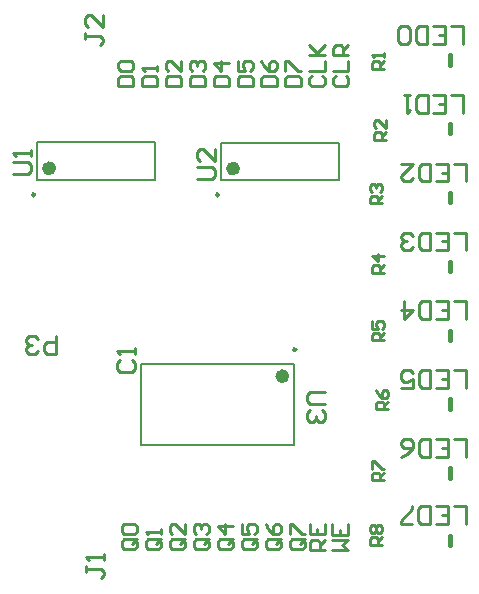
<source format=gto>
G04*
G04 #@! TF.GenerationSoftware,Altium Limited,Altium Designer,25.2.1 (25)*
G04*
G04 Layer_Color=65535*
%FSLAX44Y44*%
%MOMM*%
G71*
G04*
G04 #@! TF.SameCoordinates,3A3D6F5A-BCF4-428E-B5E6-7A3BCBBF857E*
G04*
G04*
G04 #@! TF.FilePolarity,Positive*
G04*
G01*
G75*
%ADD10C,0.6000*%
%ADD11C,0.2500*%
%ADD12C,0.4000*%
%ADD13C,0.2000*%
%ADD14C,0.2540*%
D10*
X741250Y963000D02*
G03*
X741250Y963000I-3000J0D01*
G01*
X897000Y962750D02*
G03*
X897000Y962750I-3000J0D01*
G01*
X938750Y787000D02*
G03*
X938750Y787000I-3000J0D01*
G01*
D11*
X726300Y940750D02*
G03*
X726300Y940750I-1250J0D01*
G01*
X882050Y940500D02*
G03*
X882050Y940500I-1250J0D01*
G01*
X947400Y809500D02*
G03*
X947400Y809500I-1250J0D01*
G01*
D12*
X1077750Y817607D02*
Y825607D01*
X1077500Y644000D02*
Y652000D01*
X1077750Y701035D02*
Y709035D01*
Y759321D02*
Y767321D01*
Y875893D02*
Y883893D01*
Y992464D02*
Y1000464D01*
Y1050750D02*
Y1058750D01*
Y934178D02*
Y942178D01*
D13*
X828250Y953000D02*
Y985000D01*
X728250Y953000D02*
Y985000D01*
X828250D01*
X728250Y953000D02*
X828250D01*
X984000Y952750D02*
Y984750D01*
X884000Y952750D02*
Y984750D01*
X984000D01*
X884000Y952750D02*
X984000D01*
X815750Y729001D02*
Y797001D01*
X945750Y729001D02*
Y797001D01*
X815750Y729001D02*
X945750D01*
X815750Y797001D02*
X945750D01*
D14*
X938270Y1032540D02*
X951265D01*
Y1039038D01*
X949100Y1041204D01*
X940436D01*
X938270Y1039038D01*
Y1032540D01*
Y1045536D02*
Y1054200D01*
X940436D01*
X949100Y1045536D01*
X951265D01*
X980880Y1041204D02*
X978714Y1039038D01*
Y1034706D01*
X980880Y1032540D01*
X989544D01*
X991710Y1034706D01*
Y1039038D01*
X989544Y1041204D01*
X978714Y1045536D02*
X991710D01*
Y1054200D01*
Y1058532D02*
X978714D01*
Y1065030D01*
X980880Y1067195D01*
X985212D01*
X987378Y1065030D01*
Y1058532D01*
Y1062863D02*
X991710Y1067195D01*
X952794Y648954D02*
X944130D01*
X941964Y646788D01*
Y642456D01*
X944130Y640290D01*
X952794D01*
X954960Y642456D01*
Y646788D01*
X950628Y644622D02*
X954960Y648954D01*
Y646788D02*
X952794Y648954D01*
X941964Y653286D02*
Y661950D01*
X944130D01*
X952794Y653286D01*
X954960D01*
X830865Y648954D02*
X822202D01*
X820036Y646788D01*
Y642456D01*
X822202Y640290D01*
X830865D01*
X833031Y642456D01*
Y646788D01*
X828699Y644622D02*
X833031Y648954D01*
Y646788D02*
X830865Y648954D01*
X833031Y653286D02*
Y657618D01*
Y655452D01*
X820036D01*
X822202Y653286D01*
X851187Y648954D02*
X842523D01*
X840357Y646788D01*
Y642456D01*
X842523Y640290D01*
X851187D01*
X853353Y642456D01*
Y646788D01*
X849021Y644622D02*
X853353Y648954D01*
Y646788D02*
X851187Y648954D01*
X853353Y661950D02*
Y653286D01*
X844689Y661950D01*
X842523D01*
X840357Y659784D01*
Y655452D01*
X842523Y653286D01*
X912151Y648954D02*
X903487D01*
X901321Y646788D01*
Y642456D01*
X903487Y640290D01*
X912151D01*
X914317Y642456D01*
Y646788D01*
X909985Y644622D02*
X914317Y648954D01*
Y646788D02*
X912151Y648954D01*
X901321Y661950D02*
Y653286D01*
X907819D01*
X905653Y657618D01*
Y659784D01*
X907819Y661950D01*
X912151D01*
X914317Y659784D01*
Y655452D01*
X912151Y653286D01*
X871508Y648954D02*
X862844D01*
X860678Y646788D01*
Y642456D01*
X862844Y640290D01*
X871508D01*
X873674Y642456D01*
Y646788D01*
X869342Y644622D02*
X873674Y648954D01*
Y646788D02*
X871508Y648954D01*
X862844Y653286D02*
X860678Y655452D01*
Y659784D01*
X862844Y661950D01*
X865010D01*
X867176Y659784D01*
Y657618D01*
Y659784D01*
X869342Y661950D01*
X871508D01*
X873674Y659784D01*
Y655452D01*
X871508Y653286D01*
X971960Y640040D02*
X958964D01*
Y646538D01*
X961130Y648704D01*
X965462D01*
X967628Y646538D01*
Y640040D01*
Y644372D02*
X971960Y648704D01*
X958964Y661700D02*
Y653036D01*
X971960D01*
Y661700D01*
X965462Y653036D02*
Y657368D01*
X810544Y648954D02*
X801880D01*
X799714Y646788D01*
Y642456D01*
X801880Y640290D01*
X810544D01*
X812710Y642456D01*
Y646788D01*
X808378Y644622D02*
X812710Y648954D01*
Y646788D02*
X810544Y648954D01*
X801880Y653286D02*
X799714Y655452D01*
Y659784D01*
X801880Y661950D01*
X810544D01*
X812710Y659784D01*
Y655452D01*
X810544Y653286D01*
X801880D01*
X977964Y639790D02*
X990960D01*
X986628Y644122D01*
X990960Y648454D01*
X977964D01*
Y661450D02*
Y652786D01*
X990960D01*
Y661450D01*
X984462Y652786D02*
Y657118D01*
X891830Y648954D02*
X883166D01*
X881000Y646788D01*
Y642456D01*
X883166Y640290D01*
X891830D01*
X893996Y642456D01*
Y646788D01*
X889664Y644622D02*
X893996Y648954D01*
Y646788D02*
X891830Y648954D01*
X893996Y659784D02*
X881000D01*
X887498Y653286D01*
Y661950D01*
X932473Y648954D02*
X923809D01*
X921643Y646788D01*
Y642456D01*
X923809Y640290D01*
X932473D01*
X934639Y642456D01*
Y646788D01*
X930306Y644622D02*
X934639Y648954D01*
Y646788D02*
X932473Y648954D01*
X921643Y661950D02*
X923809Y657618D01*
X928141Y653286D01*
X932473D01*
X934639Y655452D01*
Y659784D01*
X932473Y661950D01*
X930306D01*
X928141Y659784D01*
Y653286D01*
X816936Y1032540D02*
X829932D01*
Y1039038D01*
X827766Y1041204D01*
X819102D01*
X816936Y1039038D01*
Y1032540D01*
X829932Y1045536D02*
Y1049868D01*
Y1047702D01*
X816936D01*
X819102Y1045536D01*
X837159Y1032540D02*
X850154D01*
Y1039038D01*
X847989Y1041204D01*
X839325D01*
X837159Y1039038D01*
Y1032540D01*
X850154Y1054200D02*
Y1045536D01*
X841491Y1054200D01*
X839325D01*
X837159Y1052034D01*
Y1047702D01*
X839325Y1045536D01*
X796714Y1032540D02*
X809710D01*
Y1039038D01*
X807544Y1041204D01*
X798880D01*
X796714Y1039038D01*
Y1032540D01*
X798880Y1045536D02*
X796714Y1047702D01*
Y1052034D01*
X798880Y1054200D01*
X807544D01*
X809710Y1052034D01*
Y1047702D01*
X807544Y1045536D01*
X798880D01*
X877603Y1032540D02*
X890599D01*
Y1039038D01*
X888433Y1041204D01*
X879769D01*
X877603Y1039038D01*
Y1032540D01*
X890599Y1052034D02*
X877603D01*
X884101Y1045536D01*
Y1054200D01*
X960658Y1041204D02*
X958492Y1039038D01*
Y1034706D01*
X960658Y1032540D01*
X969322D01*
X971488Y1034706D01*
Y1039038D01*
X969322Y1041204D01*
X958492Y1045536D02*
X971488D01*
Y1054200D01*
X958492Y1058532D02*
X971488D01*
X967156D01*
X958492Y1067196D01*
X964990Y1060697D01*
X971488Y1067196D01*
X918047Y1032540D02*
X931043D01*
Y1039038D01*
X928877Y1041204D01*
X920213D01*
X918047Y1039038D01*
Y1032540D01*
Y1054200D02*
X920213Y1049868D01*
X924545Y1045536D01*
X928877D01*
X931043Y1047702D01*
Y1052034D01*
X928877Y1054200D01*
X926711D01*
X924545Y1052034D01*
Y1045536D01*
X897825Y1032540D02*
X910821D01*
Y1039038D01*
X908655Y1041204D01*
X899991D01*
X897825Y1039038D01*
Y1032540D01*
Y1054200D02*
Y1045536D01*
X904323D01*
X902157Y1049868D01*
Y1052034D01*
X904323Y1054200D01*
X908655D01*
X910821Y1052034D01*
Y1047702D01*
X908655Y1045536D01*
X857381Y1032540D02*
X870377D01*
Y1039038D01*
X868211Y1041204D01*
X859547D01*
X857381Y1039038D01*
Y1032540D01*
X859547Y1045536D02*
X857381Y1047702D01*
Y1052034D01*
X859547Y1054200D01*
X861713D01*
X863879Y1052034D01*
Y1049868D01*
Y1052034D01*
X866045Y1054200D01*
X868211D01*
X870377Y1052034D01*
Y1047702D01*
X868211Y1045536D01*
X972117Y773696D02*
X959422D01*
X956882Y771157D01*
Y766078D01*
X959422Y763539D01*
X972117D01*
X969578Y758461D02*
X972117Y755922D01*
Y750843D01*
X969578Y748304D01*
X967039D01*
X964500Y750843D01*
Y753382D01*
Y750843D01*
X961961Y748304D01*
X959422D01*
X956882Y750843D01*
Y755922D01*
X959422Y758461D01*
X863132Y953554D02*
X875828D01*
X878367Y956093D01*
Y961172D01*
X875828Y963711D01*
X863132D01*
X878367Y978946D02*
Y968789D01*
X868211Y978946D01*
X865672D01*
X863132Y976407D01*
Y971328D01*
X865672Y968789D01*
X707632Y958093D02*
X720328D01*
X722868Y960632D01*
Y965711D01*
X720328Y968250D01*
X707632D01*
X722868Y973328D02*
Y978407D01*
Y975867D01*
X707632D01*
X710172Y973328D01*
X1019748Y643920D02*
X1009752D01*
Y648918D01*
X1011418Y650584D01*
X1014750D01*
X1016416Y648918D01*
Y643920D01*
Y647252D02*
X1019748Y650584D01*
X1011418Y653916D02*
X1009752Y655583D01*
Y658915D01*
X1011418Y660581D01*
X1013084D01*
X1014750Y658915D01*
X1016416Y660581D01*
X1018082D01*
X1019748Y658915D01*
Y655583D01*
X1018082Y653916D01*
X1016416D01*
X1014750Y655583D01*
X1013084Y653916D01*
X1011418D01*
X1014750Y655583D02*
Y658915D01*
X1021498Y698777D02*
X1011502D01*
Y703775D01*
X1013168Y705441D01*
X1016500D01*
X1018166Y703775D01*
Y698777D01*
Y702109D02*
X1021498Y705441D01*
X1011502Y708773D02*
Y715438D01*
X1013168D01*
X1019832Y708773D01*
X1021498D01*
X1024998Y758884D02*
X1015002D01*
Y763882D01*
X1016668Y765548D01*
X1020000D01*
X1021666Y763882D01*
Y758884D01*
Y762216D02*
X1024998Y765548D01*
X1015002Y775545D02*
X1016668Y772213D01*
X1020000Y768881D01*
X1023332D01*
X1024998Y770547D01*
Y773879D01*
X1023332Y775545D01*
X1021666D01*
X1020000Y773879D01*
Y768881D01*
X1021498Y817241D02*
X1011502D01*
Y822239D01*
X1013168Y823905D01*
X1016500D01*
X1018166Y822239D01*
Y817241D01*
Y820573D02*
X1021498Y823905D01*
X1011502Y833902D02*
Y827238D01*
X1016500D01*
X1014834Y830570D01*
Y832236D01*
X1016500Y833902D01*
X1019832D01*
X1021498Y832236D01*
Y828904D01*
X1019832Y827238D01*
X1021748Y874098D02*
X1011752D01*
Y879096D01*
X1013418Y880762D01*
X1016750D01*
X1018416Y879096D01*
Y874098D01*
Y877430D02*
X1021748Y880762D01*
Y889093D02*
X1011752D01*
X1016750Y884095D01*
Y890759D01*
X1019998Y933205D02*
X1010002D01*
Y938203D01*
X1011668Y939870D01*
X1015000D01*
X1016666Y938203D01*
Y933205D01*
Y936537D02*
X1019998Y939870D01*
X1011668Y943202D02*
X1010002Y944868D01*
Y948200D01*
X1011668Y949866D01*
X1013334D01*
X1015000Y948200D01*
Y946534D01*
Y948200D01*
X1016666Y949866D01*
X1018332D01*
X1019998Y948200D01*
Y944868D01*
X1018332Y943202D01*
X1023748Y987062D02*
X1013752D01*
Y992060D01*
X1015418Y993727D01*
X1018750D01*
X1020416Y992060D01*
Y987062D01*
Y990394D02*
X1023748Y993727D01*
Y1003723D02*
Y997059D01*
X1017084Y1003723D01*
X1015418D01*
X1013752Y1002057D01*
Y998725D01*
X1015418Y997059D01*
X1021499Y1047085D02*
X1011502D01*
Y1052084D01*
X1013168Y1053750D01*
X1016500D01*
X1018166Y1052084D01*
Y1047085D01*
Y1050418D02*
X1021499Y1053750D01*
Y1057082D02*
Y1060414D01*
Y1058748D01*
X1011502D01*
X1013168Y1057082D01*
X743867Y821087D02*
Y805852D01*
X736249D01*
X733710Y808391D01*
Y813469D01*
X736249Y816009D01*
X743867D01*
X728632Y808391D02*
X726093Y805852D01*
X721014D01*
X718475Y808391D01*
Y810930D01*
X721014Y813469D01*
X723553D01*
X721014D01*
X718475Y816009D01*
Y818548D01*
X721014Y821087D01*
X726093D01*
X728632Y818548D01*
X768632Y1077227D02*
Y1072148D01*
Y1074688D01*
X781328D01*
X783867Y1072148D01*
Y1069609D01*
X781328Y1067070D01*
X783867Y1092462D02*
Y1082305D01*
X773711Y1092462D01*
X771172D01*
X768632Y1089923D01*
Y1084844D01*
X771172Y1082305D01*
X769382Y625984D02*
Y620906D01*
Y623445D01*
X782078D01*
X784617Y620906D01*
Y618367D01*
X782078Y615827D01*
X784617Y631063D02*
Y636141D01*
Y633602D01*
X769382D01*
X771922Y631063D01*
X1090900Y661709D02*
Y676704D01*
X1080903D01*
X1065908Y661709D02*
X1075905D01*
Y676704D01*
X1065908D01*
X1075905Y669206D02*
X1070906D01*
X1060910Y661709D02*
Y676704D01*
X1053412D01*
X1050913Y674205D01*
Y664208D01*
X1053412Y661709D01*
X1060910D01*
X1045914D02*
X1035918D01*
Y664208D01*
X1045914Y674205D01*
Y676704D01*
X1091150Y718744D02*
Y733739D01*
X1081153D01*
X1066158Y718744D02*
X1076155D01*
Y733739D01*
X1066158D01*
X1076155Y726242D02*
X1071157D01*
X1061160Y718744D02*
Y733739D01*
X1053662D01*
X1051163Y731240D01*
Y721244D01*
X1053662Y718744D01*
X1061160D01*
X1036168D02*
X1041166Y721244D01*
X1046165Y726242D01*
Y731240D01*
X1043665Y733739D01*
X1038667D01*
X1036168Y731240D01*
Y728741D01*
X1038667Y726242D01*
X1046165D01*
X1091150Y777030D02*
Y792025D01*
X1081153D01*
X1066158Y777030D02*
X1076155D01*
Y792025D01*
X1066158D01*
X1076155Y784528D02*
X1071156D01*
X1061160Y777030D02*
Y792025D01*
X1053662D01*
X1051163Y789526D01*
Y779529D01*
X1053662Y777030D01*
X1061160D01*
X1036168D02*
X1046164D01*
Y784528D01*
X1041166Y782029D01*
X1038667D01*
X1036168Y784528D01*
Y789526D01*
X1038667Y792025D01*
X1043665D01*
X1046164Y789526D01*
X1091150Y835316D02*
Y850311D01*
X1081153D01*
X1066158Y835316D02*
X1076155D01*
Y850311D01*
X1066158D01*
X1076155Y842813D02*
X1071156D01*
X1061160Y835316D02*
Y850311D01*
X1053662D01*
X1051163Y847812D01*
Y837815D01*
X1053662Y835316D01*
X1061160D01*
X1038667Y850311D02*
Y835316D01*
X1046164Y842813D01*
X1036168D01*
X1091150Y893602D02*
Y908597D01*
X1081153D01*
X1066158Y893602D02*
X1076155D01*
Y908597D01*
X1066158D01*
X1076155Y901099D02*
X1071157D01*
X1061160Y893602D02*
Y908597D01*
X1053662D01*
X1051163Y906097D01*
Y896101D01*
X1053662Y893602D01*
X1061160D01*
X1046165Y896101D02*
X1043666Y893602D01*
X1038667D01*
X1036168Y896101D01*
Y898600D01*
X1038667Y901099D01*
X1041166D01*
X1038667D01*
X1036168Y903598D01*
Y906097D01*
X1038667Y908597D01*
X1043666D01*
X1046165Y906097D01*
X1091150Y951887D02*
Y966882D01*
X1081153D01*
X1066158Y951887D02*
X1076155D01*
Y966882D01*
X1066158D01*
X1076155Y959385D02*
X1071156D01*
X1061160Y951887D02*
Y966882D01*
X1053662D01*
X1051163Y964383D01*
Y954386D01*
X1053662Y951887D01*
X1061160D01*
X1036168Y966882D02*
X1046165D01*
X1036168Y956886D01*
Y954386D01*
X1038667Y951887D01*
X1043665D01*
X1046165Y954386D01*
X1088651Y1010173D02*
Y1025168D01*
X1078654D01*
X1063659Y1010173D02*
X1073656D01*
Y1025168D01*
X1063659D01*
X1073656Y1017671D02*
X1068658D01*
X1058661Y1010173D02*
Y1025168D01*
X1051163D01*
X1048664Y1022669D01*
Y1012672D01*
X1051163Y1010173D01*
X1058661D01*
X1043666Y1025168D02*
X1038667D01*
X1041167D01*
Y1010173D01*
X1043666Y1012672D01*
X1088611Y1068459D02*
Y1083454D01*
X1078614D01*
X1063619Y1068459D02*
X1073615D01*
Y1083454D01*
X1063619D01*
X1073615Y1075956D02*
X1068617D01*
X1058620Y1068459D02*
Y1083454D01*
X1051123D01*
X1048624Y1080955D01*
Y1070958D01*
X1051123Y1068459D01*
X1058620D01*
X1043625Y1070958D02*
X1041126Y1068459D01*
X1036128D01*
X1033628Y1070958D01*
Y1080955D01*
X1036128Y1083454D01*
X1041126D01*
X1043625Y1080955D01*
Y1070958D01*
X797922Y801000D02*
X795382Y798461D01*
Y793382D01*
X797922Y790843D01*
X808078D01*
X810618Y793382D01*
Y798461D01*
X808078Y801000D01*
X810618Y806078D02*
Y811157D01*
Y808617D01*
X795382D01*
X797922Y806078D01*
M02*

</source>
